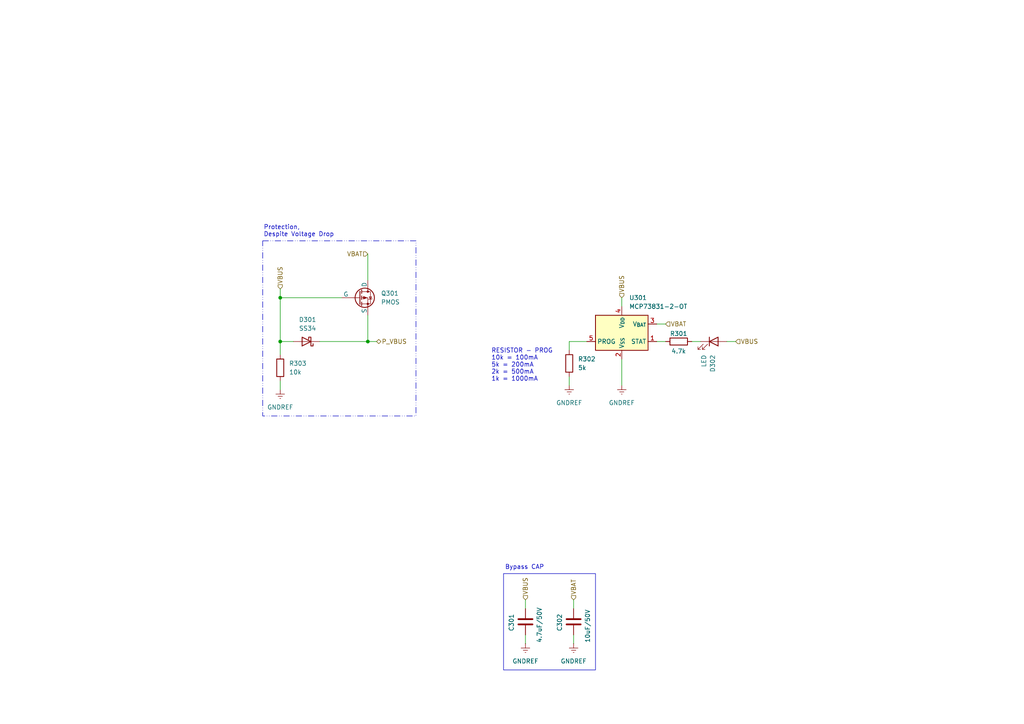
<source format=kicad_sch>
(kicad_sch
	(version 20250114)
	(generator "eeschema")
	(generator_version "9.0")
	(uuid "aa84f118-264c-4120-948a-e88624fd7301")
	(paper "A4")
	(title_block
		(title "PCB_BLE_Speaker")
		(date "2025-11-16")
		(rev "R.Casas")
	)
	(lib_symbols
		(symbol "Battery_Management:MCP73831-2-OT"
			(exclude_from_sim no)
			(in_bom yes)
			(on_board yes)
			(property "Reference" "U"
				(at -7.62 6.35 0)
				(effects
					(font
						(size 1.27 1.27)
					)
					(justify left)
				)
			)
			(property "Value" "MCP73831-2-OT"
				(at 1.27 6.35 0)
				(effects
					(font
						(size 1.27 1.27)
					)
					(justify left)
				)
			)
			(property "Footprint" "Package_TO_SOT_SMD:SOT-23-5"
				(at 1.27 -6.35 0)
				(effects
					(font
						(size 1.27 1.27)
						(italic yes)
					)
					(justify left)
					(hide yes)
				)
			)
			(property "Datasheet" "http://ww1.microchip.com/downloads/en/DeviceDoc/20001984g.pdf"
				(at 0 -18.288 0)
				(effects
					(font
						(size 1.27 1.27)
					)
					(hide yes)
				)
			)
			(property "Description" "Single cell, Li-Ion/Li-Po charge management controller, 4.20V, Tri-State Status Output, in SOT23-5 package"
				(at 0 0 0)
				(effects
					(font
						(size 1.27 1.27)
					)
					(hide yes)
				)
			)
			(property "ki_keywords" "battery charger lithium"
				(at 0 0 0)
				(effects
					(font
						(size 1.27 1.27)
					)
					(hide yes)
				)
			)
			(property "ki_fp_filters" "SOT?23*"
				(at 0 0 0)
				(effects
					(font
						(size 1.27 1.27)
					)
					(hide yes)
				)
			)
			(symbol "MCP73831-2-OT_0_1"
				(rectangle
					(start -7.62 5.08)
					(end 7.62 -5.08)
					(stroke
						(width 0.254)
						(type default)
					)
					(fill
						(type background)
					)
				)
			)
			(symbol "MCP73831-2-OT_1_1"
				(pin input line
					(at -10.16 -2.54 0)
					(length 2.54)
					(name "PROG"
						(effects
							(font
								(size 1.27 1.27)
							)
						)
					)
					(number "5"
						(effects
							(font
								(size 1.27 1.27)
							)
						)
					)
				)
				(pin power_in line
					(at 0 7.62 270)
					(length 2.54)
					(name "V_{DD}"
						(effects
							(font
								(size 1.27 1.27)
							)
						)
					)
					(number "4"
						(effects
							(font
								(size 1.27 1.27)
							)
						)
					)
				)
				(pin power_in line
					(at 0 -7.62 90)
					(length 2.54)
					(name "V_{SS}"
						(effects
							(font
								(size 1.27 1.27)
							)
						)
					)
					(number "2"
						(effects
							(font
								(size 1.27 1.27)
							)
						)
					)
				)
				(pin power_out line
					(at 10.16 2.54 180)
					(length 2.54)
					(name "V_{BAT}"
						(effects
							(font
								(size 1.27 1.27)
							)
						)
					)
					(number "3"
						(effects
							(font
								(size 1.27 1.27)
							)
						)
					)
				)
				(pin tri_state line
					(at 10.16 -2.54 180)
					(length 2.54)
					(name "STAT"
						(effects
							(font
								(size 1.27 1.27)
							)
						)
					)
					(number "1"
						(effects
							(font
								(size 1.27 1.27)
							)
						)
					)
				)
			)
			(embedded_fonts no)
		)
		(symbol "Device:C"
			(pin_numbers
				(hide yes)
			)
			(pin_names
				(offset 0.254)
			)
			(exclude_from_sim no)
			(in_bom yes)
			(on_board yes)
			(property "Reference" "C"
				(at 0.635 2.54 0)
				(effects
					(font
						(size 1.27 1.27)
					)
					(justify left)
				)
			)
			(property "Value" "C"
				(at 0.635 -2.54 0)
				(effects
					(font
						(size 1.27 1.27)
					)
					(justify left)
				)
			)
			(property "Footprint" ""
				(at 0.9652 -3.81 0)
				(effects
					(font
						(size 1.27 1.27)
					)
					(hide yes)
				)
			)
			(property "Datasheet" "~"
				(at 0 0 0)
				(effects
					(font
						(size 1.27 1.27)
					)
					(hide yes)
				)
			)
			(property "Description" "Unpolarized capacitor"
				(at 0 0 0)
				(effects
					(font
						(size 1.27 1.27)
					)
					(hide yes)
				)
			)
			(property "ki_keywords" "cap capacitor"
				(at 0 0 0)
				(effects
					(font
						(size 1.27 1.27)
					)
					(hide yes)
				)
			)
			(property "ki_fp_filters" "C_*"
				(at 0 0 0)
				(effects
					(font
						(size 1.27 1.27)
					)
					(hide yes)
				)
			)
			(symbol "C_0_1"
				(polyline
					(pts
						(xy -2.032 0.762) (xy 2.032 0.762)
					)
					(stroke
						(width 0.508)
						(type default)
					)
					(fill
						(type none)
					)
				)
				(polyline
					(pts
						(xy -2.032 -0.762) (xy 2.032 -0.762)
					)
					(stroke
						(width 0.508)
						(type default)
					)
					(fill
						(type none)
					)
				)
			)
			(symbol "C_1_1"
				(pin passive line
					(at 0 3.81 270)
					(length 2.794)
					(name "~"
						(effects
							(font
								(size 1.27 1.27)
							)
						)
					)
					(number "1"
						(effects
							(font
								(size 1.27 1.27)
							)
						)
					)
				)
				(pin passive line
					(at 0 -3.81 90)
					(length 2.794)
					(name "~"
						(effects
							(font
								(size 1.27 1.27)
							)
						)
					)
					(number "2"
						(effects
							(font
								(size 1.27 1.27)
							)
						)
					)
				)
			)
			(embedded_fonts no)
		)
		(symbol "Device:LED"
			(pin_numbers
				(hide yes)
			)
			(pin_names
				(offset 1.016)
				(hide yes)
			)
			(exclude_from_sim no)
			(in_bom yes)
			(on_board yes)
			(property "Reference" "D"
				(at 0 2.54 0)
				(effects
					(font
						(size 1.27 1.27)
					)
				)
			)
			(property "Value" "LED"
				(at 0 -2.54 0)
				(effects
					(font
						(size 1.27 1.27)
					)
				)
			)
			(property "Footprint" ""
				(at 0 0 0)
				(effects
					(font
						(size 1.27 1.27)
					)
					(hide yes)
				)
			)
			(property "Datasheet" "~"
				(at 0 0 0)
				(effects
					(font
						(size 1.27 1.27)
					)
					(hide yes)
				)
			)
			(property "Description" "Light emitting diode"
				(at 0 0 0)
				(effects
					(font
						(size 1.27 1.27)
					)
					(hide yes)
				)
			)
			(property "Sim.Pins" "1=K 2=A"
				(at 0 0 0)
				(effects
					(font
						(size 1.27 1.27)
					)
					(hide yes)
				)
			)
			(property "ki_keywords" "LED diode"
				(at 0 0 0)
				(effects
					(font
						(size 1.27 1.27)
					)
					(hide yes)
				)
			)
			(property "ki_fp_filters" "LED* LED_SMD:* LED_THT:*"
				(at 0 0 0)
				(effects
					(font
						(size 1.27 1.27)
					)
					(hide yes)
				)
			)
			(symbol "LED_0_1"
				(polyline
					(pts
						(xy -3.048 -0.762) (xy -4.572 -2.286) (xy -3.81 -2.286) (xy -4.572 -2.286) (xy -4.572 -1.524)
					)
					(stroke
						(width 0)
						(type default)
					)
					(fill
						(type none)
					)
				)
				(polyline
					(pts
						(xy -1.778 -0.762) (xy -3.302 -2.286) (xy -2.54 -2.286) (xy -3.302 -2.286) (xy -3.302 -1.524)
					)
					(stroke
						(width 0)
						(type default)
					)
					(fill
						(type none)
					)
				)
				(polyline
					(pts
						(xy -1.27 0) (xy 1.27 0)
					)
					(stroke
						(width 0)
						(type default)
					)
					(fill
						(type none)
					)
				)
				(polyline
					(pts
						(xy -1.27 -1.27) (xy -1.27 1.27)
					)
					(stroke
						(width 0.254)
						(type default)
					)
					(fill
						(type none)
					)
				)
				(polyline
					(pts
						(xy 1.27 -1.27) (xy 1.27 1.27) (xy -1.27 0) (xy 1.27 -1.27)
					)
					(stroke
						(width 0.254)
						(type default)
					)
					(fill
						(type none)
					)
				)
			)
			(symbol "LED_1_1"
				(pin passive line
					(at -3.81 0 0)
					(length 2.54)
					(name "K"
						(effects
							(font
								(size 1.27 1.27)
							)
						)
					)
					(number "1"
						(effects
							(font
								(size 1.27 1.27)
							)
						)
					)
				)
				(pin passive line
					(at 3.81 0 180)
					(length 2.54)
					(name "A"
						(effects
							(font
								(size 1.27 1.27)
							)
						)
					)
					(number "2"
						(effects
							(font
								(size 1.27 1.27)
							)
						)
					)
				)
			)
			(embedded_fonts no)
		)
		(symbol "Device:R"
			(pin_numbers
				(hide yes)
			)
			(pin_names
				(offset 0)
			)
			(exclude_from_sim no)
			(in_bom yes)
			(on_board yes)
			(property "Reference" "R"
				(at 2.032 0 90)
				(effects
					(font
						(size 1.27 1.27)
					)
				)
			)
			(property "Value" "R"
				(at 0 0 90)
				(effects
					(font
						(size 1.27 1.27)
					)
				)
			)
			(property "Footprint" ""
				(at -1.778 0 90)
				(effects
					(font
						(size 1.27 1.27)
					)
					(hide yes)
				)
			)
			(property "Datasheet" "~"
				(at 0 0 0)
				(effects
					(font
						(size 1.27 1.27)
					)
					(hide yes)
				)
			)
			(property "Description" "Resistor"
				(at 0 0 0)
				(effects
					(font
						(size 1.27 1.27)
					)
					(hide yes)
				)
			)
			(property "ki_keywords" "R res resistor"
				(at 0 0 0)
				(effects
					(font
						(size 1.27 1.27)
					)
					(hide yes)
				)
			)
			(property "ki_fp_filters" "R_*"
				(at 0 0 0)
				(effects
					(font
						(size 1.27 1.27)
					)
					(hide yes)
				)
			)
			(symbol "R_0_1"
				(rectangle
					(start -1.016 -2.54)
					(end 1.016 2.54)
					(stroke
						(width 0.254)
						(type default)
					)
					(fill
						(type none)
					)
				)
			)
			(symbol "R_1_1"
				(pin passive line
					(at 0 3.81 270)
					(length 1.27)
					(name "~"
						(effects
							(font
								(size 1.27 1.27)
							)
						)
					)
					(number "1"
						(effects
							(font
								(size 1.27 1.27)
							)
						)
					)
				)
				(pin passive line
					(at 0 -3.81 90)
					(length 1.27)
					(name "~"
						(effects
							(font
								(size 1.27 1.27)
							)
						)
					)
					(number "2"
						(effects
							(font
								(size 1.27 1.27)
							)
						)
					)
				)
			)
			(embedded_fonts no)
		)
		(symbol "Diode:SS34"
			(pin_numbers
				(hide yes)
			)
			(pin_names
				(offset 1.016)
				(hide yes)
			)
			(exclude_from_sim no)
			(in_bom yes)
			(on_board yes)
			(property "Reference" "D"
				(at 0 2.54 0)
				(effects
					(font
						(size 1.27 1.27)
					)
				)
			)
			(property "Value" "SS34"
				(at 0 -2.54 0)
				(effects
					(font
						(size 1.27 1.27)
					)
				)
			)
			(property "Footprint" "Diode_SMD:D_SMA"
				(at 0 -4.445 0)
				(effects
					(font
						(size 1.27 1.27)
					)
					(hide yes)
				)
			)
			(property "Datasheet" "https://www.vishay.com/docs/88751/ss32.pdf"
				(at 0 0 0)
				(effects
					(font
						(size 1.27 1.27)
					)
					(hide yes)
				)
			)
			(property "Description" "40V 3A Schottky Diode, SMA"
				(at 0 0 0)
				(effects
					(font
						(size 1.27 1.27)
					)
					(hide yes)
				)
			)
			(property "ki_keywords" "diode Schottky"
				(at 0 0 0)
				(effects
					(font
						(size 1.27 1.27)
					)
					(hide yes)
				)
			)
			(property "ki_fp_filters" "D*SMA*"
				(at 0 0 0)
				(effects
					(font
						(size 1.27 1.27)
					)
					(hide yes)
				)
			)
			(symbol "SS34_0_1"
				(polyline
					(pts
						(xy -1.905 0.635) (xy -1.905 1.27) (xy -1.27 1.27) (xy -1.27 -1.27) (xy -0.635 -1.27) (xy -0.635 -0.635)
					)
					(stroke
						(width 0.254)
						(type default)
					)
					(fill
						(type none)
					)
				)
				(polyline
					(pts
						(xy 1.27 1.27) (xy 1.27 -1.27) (xy -1.27 0) (xy 1.27 1.27)
					)
					(stroke
						(width 0.254)
						(type default)
					)
					(fill
						(type none)
					)
				)
				(polyline
					(pts
						(xy 1.27 0) (xy -1.27 0)
					)
					(stroke
						(width 0)
						(type default)
					)
					(fill
						(type none)
					)
				)
			)
			(symbol "SS34_1_1"
				(pin passive line
					(at -3.81 0 0)
					(length 2.54)
					(name "K"
						(effects
							(font
								(size 1.27 1.27)
							)
						)
					)
					(number "1"
						(effects
							(font
								(size 1.27 1.27)
							)
						)
					)
				)
				(pin passive line
					(at 3.81 0 180)
					(length 2.54)
					(name "A"
						(effects
							(font
								(size 1.27 1.27)
							)
						)
					)
					(number "2"
						(effects
							(font
								(size 1.27 1.27)
							)
						)
					)
				)
			)
			(embedded_fonts no)
		)
		(symbol "Simulation_SPICE:PMOS"
			(pin_numbers
				(hide yes)
			)
			(pin_names
				(offset 0)
			)
			(exclude_from_sim no)
			(in_bom yes)
			(on_board yes)
			(property "Reference" "Q"
				(at 5.08 1.27 0)
				(effects
					(font
						(size 1.27 1.27)
					)
					(justify left)
				)
			)
			(property "Value" "PMOS"
				(at 5.08 -1.27 0)
				(effects
					(font
						(size 1.27 1.27)
					)
					(justify left)
				)
			)
			(property "Footprint" ""
				(at 5.08 2.54 0)
				(effects
					(font
						(size 1.27 1.27)
					)
					(hide yes)
				)
			)
			(property "Datasheet" "https://ngspice.sourceforge.io/docs/ngspice-html-manual/manual.xhtml#cha_MOSFETs"
				(at 0 -12.7 0)
				(effects
					(font
						(size 1.27 1.27)
					)
					(hide yes)
				)
			)
			(property "Description" "P-MOSFET transistor, drain/source/gate"
				(at 0 0 0)
				(effects
					(font
						(size 1.27 1.27)
					)
					(hide yes)
				)
			)
			(property "Sim.Device" "PMOS"
				(at 0 -17.145 0)
				(effects
					(font
						(size 1.27 1.27)
					)
					(hide yes)
				)
			)
			(property "Sim.Type" "VDMOS"
				(at 0 -19.05 0)
				(effects
					(font
						(size 1.27 1.27)
					)
					(hide yes)
				)
			)
			(property "Sim.Pins" "1=D 2=G 3=S"
				(at 0 -15.24 0)
				(effects
					(font
						(size 1.27 1.27)
					)
					(hide yes)
				)
			)
			(property "ki_keywords" "transistor PMOS P-MOS P-MOSFET simulation"
				(at 0 0 0)
				(effects
					(font
						(size 1.27 1.27)
					)
					(hide yes)
				)
			)
			(symbol "PMOS_0_1"
				(polyline
					(pts
						(xy 0.254 1.905) (xy 0.254 -1.905)
					)
					(stroke
						(width 0.254)
						(type default)
					)
					(fill
						(type none)
					)
				)
				(polyline
					(pts
						(xy 0.254 0) (xy -2.54 0)
					)
					(stroke
						(width 0)
						(type default)
					)
					(fill
						(type none)
					)
				)
				(polyline
					(pts
						(xy 0.762 2.286) (xy 0.762 1.27)
					)
					(stroke
						(width 0.254)
						(type default)
					)
					(fill
						(type none)
					)
				)
				(polyline
					(pts
						(xy 0.762 1.778) (xy 3.302 1.778) (xy 3.302 -1.778) (xy 0.762 -1.778)
					)
					(stroke
						(width 0)
						(type default)
					)
					(fill
						(type none)
					)
				)
				(polyline
					(pts
						(xy 0.762 0.508) (xy 0.762 -0.508)
					)
					(stroke
						(width 0.254)
						(type default)
					)
					(fill
						(type none)
					)
				)
				(polyline
					(pts
						(xy 0.762 -1.27) (xy 0.762 -2.286)
					)
					(stroke
						(width 0.254)
						(type default)
					)
					(fill
						(type none)
					)
				)
				(circle
					(center 1.651 0)
					(radius 2.794)
					(stroke
						(width 0.254)
						(type default)
					)
					(fill
						(type none)
					)
				)
				(polyline
					(pts
						(xy 2.286 0) (xy 1.27 0.381) (xy 1.27 -0.381) (xy 2.286 0)
					)
					(stroke
						(width 0)
						(type default)
					)
					(fill
						(type outline)
					)
				)
				(polyline
					(pts
						(xy 2.54 2.54) (xy 2.54 1.778)
					)
					(stroke
						(width 0)
						(type default)
					)
					(fill
						(type none)
					)
				)
				(circle
					(center 2.54 1.778)
					(radius 0.254)
					(stroke
						(width 0)
						(type default)
					)
					(fill
						(type outline)
					)
				)
				(circle
					(center 2.54 -1.778)
					(radius 0.254)
					(stroke
						(width 0)
						(type default)
					)
					(fill
						(type outline)
					)
				)
				(polyline
					(pts
						(xy 2.54 -2.54) (xy 2.54 0) (xy 0.762 0)
					)
					(stroke
						(width 0)
						(type default)
					)
					(fill
						(type none)
					)
				)
				(polyline
					(pts
						(xy 2.794 -0.508) (xy 2.921 -0.381) (xy 3.683 -0.381) (xy 3.81 -0.254)
					)
					(stroke
						(width 0)
						(type default)
					)
					(fill
						(type none)
					)
				)
				(polyline
					(pts
						(xy 3.302 -0.381) (xy 2.921 0.254) (xy 3.683 0.254) (xy 3.302 -0.381)
					)
					(stroke
						(width 0)
						(type default)
					)
					(fill
						(type none)
					)
				)
			)
			(symbol "PMOS_1_1"
				(pin input line
					(at -5.08 0 0)
					(length 2.54)
					(name "G"
						(effects
							(font
								(size 1.27 1.27)
							)
						)
					)
					(number "2"
						(effects
							(font
								(size 1.27 1.27)
							)
						)
					)
				)
				(pin passive line
					(at 2.54 5.08 270)
					(length 2.54)
					(name "D"
						(effects
							(font
								(size 1.27 1.27)
							)
						)
					)
					(number "1"
						(effects
							(font
								(size 1.27 1.27)
							)
						)
					)
				)
				(pin passive line
					(at 2.54 -5.08 90)
					(length 2.54)
					(name "S"
						(effects
							(font
								(size 1.27 1.27)
							)
						)
					)
					(number "3"
						(effects
							(font
								(size 1.27 1.27)
							)
						)
					)
				)
			)
			(embedded_fonts no)
		)
		(symbol "power:GNDREF"
			(power)
			(pin_numbers
				(hide yes)
			)
			(pin_names
				(offset 0)
				(hide yes)
			)
			(exclude_from_sim no)
			(in_bom yes)
			(on_board yes)
			(property "Reference" "#PWR"
				(at 0 -6.35 0)
				(effects
					(font
						(size 1.27 1.27)
					)
					(hide yes)
				)
			)
			(property "Value" "GNDREF"
				(at 0 -3.81 0)
				(effects
					(font
						(size 1.27 1.27)
					)
				)
			)
			(property "Footprint" ""
				(at 0 0 0)
				(effects
					(font
						(size 1.27 1.27)
					)
					(hide yes)
				)
			)
			(property "Datasheet" ""
				(at 0 0 0)
				(effects
					(font
						(size 1.27 1.27)
					)
					(hide yes)
				)
			)
			(property "Description" "Power symbol creates a global label with name \"GNDREF\" , reference supply ground"
				(at 0 0 0)
				(effects
					(font
						(size 1.27 1.27)
					)
					(hide yes)
				)
			)
			(property "ki_keywords" "global power"
				(at 0 0 0)
				(effects
					(font
						(size 1.27 1.27)
					)
					(hide yes)
				)
			)
			(symbol "GNDREF_0_1"
				(polyline
					(pts
						(xy -0.635 -1.905) (xy 0.635 -1.905)
					)
					(stroke
						(width 0)
						(type default)
					)
					(fill
						(type none)
					)
				)
				(polyline
					(pts
						(xy -0.127 -2.54) (xy 0.127 -2.54)
					)
					(stroke
						(width 0)
						(type default)
					)
					(fill
						(type none)
					)
				)
				(polyline
					(pts
						(xy 0 -1.27) (xy 0 0)
					)
					(stroke
						(width 0)
						(type default)
					)
					(fill
						(type none)
					)
				)
				(polyline
					(pts
						(xy 1.27 -1.27) (xy -1.27 -1.27)
					)
					(stroke
						(width 0)
						(type default)
					)
					(fill
						(type none)
					)
				)
			)
			(symbol "GNDREF_1_1"
				(pin power_in line
					(at 0 0 270)
					(length 0)
					(name "~"
						(effects
							(font
								(size 1.27 1.27)
							)
						)
					)
					(number "1"
						(effects
							(font
								(size 1.27 1.27)
							)
						)
					)
				)
			)
			(embedded_fonts no)
		)
	)
	(rectangle
		(start 76.2 69.85)
		(end 120.65 120.65)
		(stroke
			(width 0)
			(type dash_dot_dot)
		)
		(fill
			(type none)
		)
		(uuid 7a8edc8c-3f40-4c85-abf9-03ad6626d6ac)
	)
	(rectangle
		(start 146.05 166.37)
		(end 172.72 194.31)
		(stroke
			(width 0)
			(type default)
		)
		(fill
			(type none)
		)
		(uuid b26b24ba-2e6f-43dd-93cb-4f6e7f697a54)
	)
	(text "Bypass CAP"
		(exclude_from_sim no)
		(at 152.146 164.592 0)
		(effects
			(font
				(size 1.27 1.27)
			)
		)
		(uuid "09033a76-947e-4083-b651-1cc9f936ab81")
	)
	(text "Protection, \nDespite Voltage Drop"
		(exclude_from_sim no)
		(at 76.454 67.056 0)
		(effects
			(font
				(size 1.27 1.27)
			)
			(justify left)
		)
		(uuid "3ca237d8-979a-4db0-a945-dbe461b8a9c4")
	)
	(text "RESISTOR - PROG\n10k = 100mA\n5k = 200mA\n2k = 500mA\n1k = 1000mA"
		(exclude_from_sim no)
		(at 142.494 105.918 0)
		(effects
			(font
				(size 1.27 1.27)
			)
			(justify left)
		)
		(uuid "c8966c61-c7af-4985-aed6-1cb21e6f89b9")
	)
	(junction
		(at 81.28 99.06)
		(diameter 0)
		(color 0 0 0 0)
		(uuid "57538501-eef8-49d4-9e47-ac9ed59e8dad")
	)
	(junction
		(at 106.68 99.06)
		(diameter 0)
		(color 0 0 0 0)
		(uuid "a88dba57-190a-4803-9a0e-b955fde4e219")
	)
	(junction
		(at 81.28 86.36)
		(diameter 0)
		(color 0 0 0 0)
		(uuid "bbb9fe8a-bc5b-4afe-8b5a-506171d7dd6b")
	)
	(wire
		(pts
			(xy 190.5 93.98) (xy 193.04 93.98)
		)
		(stroke
			(width 0)
			(type default)
		)
		(uuid "012797e3-043e-4340-9206-f846688aefc4")
	)
	(wire
		(pts
			(xy 165.1 99.06) (xy 165.1 101.6)
		)
		(stroke
			(width 0)
			(type default)
		)
		(uuid "14ff47ca-f292-4c6e-ba5f-20ef28e31e0c")
	)
	(wire
		(pts
			(xy 106.68 99.06) (xy 109.22 99.06)
		)
		(stroke
			(width 0)
			(type default)
		)
		(uuid "1a765d53-ea7f-4b56-aca6-cfdb8d2f5234")
	)
	(wire
		(pts
			(xy 81.28 99.06) (xy 85.09 99.06)
		)
		(stroke
			(width 0)
			(type default)
		)
		(uuid "2f4a1f72-8596-47f0-aa16-0249cfe81d9b")
	)
	(wire
		(pts
			(xy 165.1 111.76) (xy 165.1 109.22)
		)
		(stroke
			(width 0)
			(type default)
		)
		(uuid "2fd5b5ae-1320-4633-ad8e-05537b3366b4")
	)
	(wire
		(pts
			(xy 210.82 99.06) (xy 213.36 99.06)
		)
		(stroke
			(width 0)
			(type default)
		)
		(uuid "3ca87a12-6cd4-414b-bb02-0ad2d03bd9c3")
	)
	(wire
		(pts
			(xy 81.28 110.49) (xy 81.28 113.03)
		)
		(stroke
			(width 0)
			(type default)
		)
		(uuid "3d359cb4-04f6-482b-9b9a-5d8800b27fd8")
	)
	(wire
		(pts
			(xy 180.34 104.14) (xy 180.34 111.76)
		)
		(stroke
			(width 0)
			(type default)
		)
		(uuid "3f762c23-dabf-4388-a5c8-0bd4b9d688ff")
	)
	(wire
		(pts
			(xy 152.4 184.15) (xy 152.4 186.69)
		)
		(stroke
			(width 0)
			(type default)
		)
		(uuid "47e881fa-5078-406f-9a63-ff7fd299d155")
	)
	(wire
		(pts
			(xy 190.5 99.06) (xy 193.04 99.06)
		)
		(stroke
			(width 0)
			(type default)
		)
		(uuid "55cbddac-633b-43ca-acca-9880d244d078")
	)
	(wire
		(pts
			(xy 166.37 173.99) (xy 166.37 176.53)
		)
		(stroke
			(width 0)
			(type default)
		)
		(uuid "6344f73b-9ddf-4417-8806-c0cce428ba22")
	)
	(wire
		(pts
			(xy 106.68 91.44) (xy 106.68 99.06)
		)
		(stroke
			(width 0)
			(type default)
		)
		(uuid "6d6a49ce-7d5c-406d-9fbe-5cd86d1667c9")
	)
	(wire
		(pts
			(xy 81.28 86.36) (xy 81.28 99.06)
		)
		(stroke
			(width 0)
			(type default)
		)
		(uuid "7ee174b3-ad70-4004-a1fa-a58a4d956610")
	)
	(wire
		(pts
			(xy 152.4 173.99) (xy 152.4 176.53)
		)
		(stroke
			(width 0)
			(type default)
		)
		(uuid "8d308a3e-37a4-4752-8533-d6c9310c187b")
	)
	(wire
		(pts
			(xy 81.28 86.36) (xy 99.06 86.36)
		)
		(stroke
			(width 0)
			(type default)
		)
		(uuid "8f2e7c8a-4709-4e30-b593-f7039f96c5fb")
	)
	(wire
		(pts
			(xy 81.28 83.82) (xy 81.28 86.36)
		)
		(stroke
			(width 0)
			(type default)
		)
		(uuid "ba023d95-7341-44f7-9b56-094e9c99050e")
	)
	(wire
		(pts
			(xy 92.71 99.06) (xy 106.68 99.06)
		)
		(stroke
			(width 0)
			(type default)
		)
		(uuid "c6767c4e-beb7-43a9-a626-810de68b771e")
	)
	(wire
		(pts
			(xy 166.37 184.15) (xy 166.37 186.69)
		)
		(stroke
			(width 0)
			(type default)
		)
		(uuid "ca597e66-f524-419d-92de-d841c222efff")
	)
	(wire
		(pts
			(xy 106.68 73.66) (xy 106.68 81.28)
		)
		(stroke
			(width 0)
			(type default)
		)
		(uuid "d065a1c5-d0cd-434c-83fb-82abe4202efd")
	)
	(wire
		(pts
			(xy 203.2 99.06) (xy 200.66 99.06)
		)
		(stroke
			(width 0)
			(type default)
		)
		(uuid "dadcc836-483d-4aaf-84f9-ac00a799ab64")
	)
	(wire
		(pts
			(xy 180.34 86.36) (xy 180.34 88.9)
		)
		(stroke
			(width 0)
			(type default)
		)
		(uuid "eb0fb84c-00ca-4510-ad5b-8402f9dc513c")
	)
	(wire
		(pts
			(xy 81.28 102.87) (xy 81.28 99.06)
		)
		(stroke
			(width 0)
			(type default)
		)
		(uuid "ec2441fb-d5a4-4f16-8649-81aed9876382")
	)
	(wire
		(pts
			(xy 165.1 99.06) (xy 170.18 99.06)
		)
		(stroke
			(width 0)
			(type default)
		)
		(uuid "f75724ca-7e9b-4107-a597-7a8e6bc70175")
	)
	(hierarchical_label "VBAT"
		(shape input)
		(at 193.04 93.98 0)
		(effects
			(font
				(size 1.27 1.27)
			)
			(justify left)
		)
		(uuid "090635ee-e7a4-4bdc-9674-193eaf3d0135")
	)
	(hierarchical_label "VBUS"
		(shape input)
		(at 81.28 83.82 90)
		(effects
			(font
				(size 1.27 1.27)
			)
			(justify left)
		)
		(uuid "36b9b0b4-67c4-4075-8940-a51be02bb67f")
	)
	(hierarchical_label "VBAT"
		(shape input)
		(at 106.68 73.66 180)
		(effects
			(font
				(size 1.27 1.27)
			)
			(justify right)
		)
		(uuid "50a1c8c5-b2d2-40b3-8b2c-9c2721ef07e0")
	)
	(hierarchical_label "VBAT"
		(shape input)
		(at 166.37 173.99 90)
		(effects
			(font
				(size 1.27 1.27)
			)
			(justify left)
		)
		(uuid "66d6f9cb-3cef-4da2-9b40-4f6d2b917bce")
	)
	(hierarchical_label "P_VBUS"
		(shape bidirectional)
		(at 109.22 99.06 0)
		(effects
			(font
				(size 1.27 1.27)
			)
			(justify left)
		)
		(uuid "6fd72f6b-348c-43b6-b1d2-86c9f75de014")
	)
	(hierarchical_label "VBUS"
		(shape input)
		(at 180.34 86.36 90)
		(effects
			(font
				(size 1.27 1.27)
			)
			(justify left)
		)
		(uuid "82b58694-1b86-403e-8f01-4bfe99362eb3")
	)
	(hierarchical_label "VBUS"
		(shape input)
		(at 213.36 99.06 0)
		(effects
			(font
				(size 1.27 1.27)
			)
			(justify left)
		)
		(uuid "8f2db2ff-368e-405d-ab50-71a4baf327ce")
	)
	(hierarchical_label "VBUS"
		(shape input)
		(at 152.4 173.99 90)
		(effects
			(font
				(size 1.27 1.27)
			)
			(justify left)
		)
		(uuid "b9847330-e5a5-4fe1-bd95-6a411ad7e009")
	)
	(symbol
		(lib_id "Device:R")
		(at 81.28 106.68 0)
		(unit 1)
		(exclude_from_sim no)
		(in_bom yes)
		(on_board yes)
		(dnp no)
		(fields_autoplaced yes)
		(uuid "06385247-db77-48fb-ad29-497497e0b144")
		(property "Reference" "R303"
			(at 83.82 105.4099 0)
			(effects
				(font
					(size 1.27 1.27)
				)
				(justify left)
			)
		)
		(property "Value" "10k"
			(at 83.82 107.9499 0)
			(effects
				(font
					(size 1.27 1.27)
				)
				(justify left)
			)
		)
		(property "Footprint" "Resistor_SMD:R_0603_1608Metric_Pad0.98x0.95mm_HandSolder"
			(at 79.502 106.68 90)
			(effects
				(font
					(size 1.27 1.27)
				)
				(hide yes)
			)
		)
		(property "Datasheet" "~"
			(at 81.28 106.68 0)
			(effects
				(font
					(size 1.27 1.27)
				)
				(hide yes)
			)
		)
		(property "Description" "Resistor"
			(at 81.28 106.68 0)
			(effects
				(font
					(size 1.27 1.27)
				)
				(hide yes)
			)
		)
		(pin "1"
			(uuid "6f50247c-0337-4496-8d81-68ef60b10c92")
		)
		(pin "2"
			(uuid "c4bd4ef9-3498-47f5-99f9-506362a086e2")
		)
		(instances
			(project "PCB_BLE_Speaker"
				(path "/ee5079a3-7a94-4c31-a728-9ec7d03fd2da/65978e96-0aa0-42c0-88b9-f8421b25480c"
					(reference "R303")
					(unit 1)
				)
			)
		)
	)
	(symbol
		(lib_id "Device:C")
		(at 166.37 180.34 0)
		(unit 1)
		(exclude_from_sim no)
		(in_bom yes)
		(on_board yes)
		(dnp no)
		(uuid "11a1b2ec-ffab-4c5b-be80-3fecd8cbedaf")
		(property "Reference" "C302"
			(at 162.306 183.134 90)
			(effects
				(font
					(size 1.27 1.27)
				)
				(justify left)
			)
		)
		(property "Value" "10uF/50V"
			(at 170.434 186.436 90)
			(effects
				(font
					(size 1.27 1.27)
				)
				(justify left)
			)
		)
		(property "Footprint" "Capacitor_SMD:C_0603_1608Metric_Pad1.08x0.95mm_HandSolder"
			(at 167.3352 184.15 0)
			(effects
				(font
					(size 1.27 1.27)
				)
				(hide yes)
			)
		)
		(property "Datasheet" "~"
			(at 166.37 180.34 0)
			(effects
				(font
					(size 1.27 1.27)
				)
				(hide yes)
			)
		)
		(property "Description" "Unpolarized capacitor"
			(at 166.37 180.34 0)
			(effects
				(font
					(size 1.27 1.27)
				)
				(hide yes)
			)
		)
		(pin "1"
			(uuid "78080270-c5ab-49b1-9aff-7e33ba1e5d4f")
		)
		(pin "2"
			(uuid "dad4f62f-04ec-4132-b436-8d7e6a6d677c")
		)
		(instances
			(project "PCB_BLE_Speaker"
				(path "/ee5079a3-7a94-4c31-a728-9ec7d03fd2da/65978e96-0aa0-42c0-88b9-f8421b25480c"
					(reference "C302")
					(unit 1)
				)
			)
		)
	)
	(symbol
		(lib_id "Diode:SS34")
		(at 88.9 99.06 180)
		(unit 1)
		(exclude_from_sim no)
		(in_bom yes)
		(on_board yes)
		(dnp no)
		(uuid "257900b0-8b04-4a41-b4af-d08aae122ada")
		(property "Reference" "D301"
			(at 89.2175 92.71 0)
			(effects
				(font
					(size 1.27 1.27)
				)
			)
		)
		(property "Value" "SS34"
			(at 89.2175 95.25 0)
			(effects
				(font
					(size 1.27 1.27)
				)
			)
		)
		(property "Footprint" "Diode_SMD:D_SMA_Handsoldering"
			(at 88.9 94.615 0)
			(effects
				(font
					(size 1.27 1.27)
				)
				(hide yes)
			)
		)
		(property "Datasheet" "https://www.vishay.com/docs/88751/ss32.pdf"
			(at 88.9 99.06 0)
			(effects
				(font
					(size 1.27 1.27)
				)
				(hide yes)
			)
		)
		(property "Description" "40V 3A Schottky Diode, SMA"
			(at 88.9 99.06 0)
			(effects
				(font
					(size 1.27 1.27)
				)
				(hide yes)
			)
		)
		(pin "1"
			(uuid "4fd499ec-71bc-4db8-8247-adfbc0d5d2b4")
		)
		(pin "2"
			(uuid "8225471e-b36f-41b3-9590-db6bf10ba753")
		)
		(instances
			(project "PCB_BLE_Speaker"
				(path "/ee5079a3-7a94-4c31-a728-9ec7d03fd2da/65978e96-0aa0-42c0-88b9-f8421b25480c"
					(reference "D301")
					(unit 1)
				)
			)
		)
	)
	(symbol
		(lib_id "Device:R")
		(at 196.85 99.06 270)
		(unit 1)
		(exclude_from_sim no)
		(in_bom yes)
		(on_board yes)
		(dnp no)
		(uuid "523f0875-0372-4d18-a1f1-f23c0cc31d35")
		(property "Reference" "R301"
			(at 196.85 96.774 90)
			(effects
				(font
					(size 1.27 1.27)
				)
			)
		)
		(property "Value" "4.7k"
			(at 196.85 101.854 90)
			(effects
				(font
					(size 1.27 1.27)
				)
			)
		)
		(property "Footprint" "Resistor_SMD:R_0603_1608Metric_Pad0.98x0.95mm_HandSolder"
			(at 196.85 97.282 90)
			(effects
				(font
					(size 1.27 1.27)
				)
				(hide yes)
			)
		)
		(property "Datasheet" "~"
			(at 196.85 99.06 0)
			(effects
				(font
					(size 1.27 1.27)
				)
				(hide yes)
			)
		)
		(property "Description" "Resistor"
			(at 196.85 99.06 0)
			(effects
				(font
					(size 1.27 1.27)
				)
				(hide yes)
			)
		)
		(pin "1"
			(uuid "b57dc073-b29c-430b-940a-7500129da629")
		)
		(pin "2"
			(uuid "bdbf89fb-07b4-40f9-9d46-9aa5737bf108")
		)
		(instances
			(project "PCB_BLE_Speaker"
				(path "/ee5079a3-7a94-4c31-a728-9ec7d03fd2da/65978e96-0aa0-42c0-88b9-f8421b25480c"
					(reference "R301")
					(unit 1)
				)
			)
		)
	)
	(symbol
		(lib_id "Simulation_SPICE:PMOS")
		(at 104.14 86.36 0)
		(unit 1)
		(exclude_from_sim no)
		(in_bom yes)
		(on_board yes)
		(dnp no)
		(fields_autoplaced yes)
		(uuid "61d09354-3062-44c8-a49c-2d26ff15958a")
		(property "Reference" "Q301"
			(at 110.49 85.0899 0)
			(effects
				(font
					(size 1.27 1.27)
				)
				(justify left)
			)
		)
		(property "Value" "PMOS"
			(at 110.49 87.6299 0)
			(effects
				(font
					(size 1.27 1.27)
				)
				(justify left)
			)
		)
		(property "Footprint" "Generic_RCO:SOT-223_ISP20EP10LMXTSA1"
			(at 109.22 83.82 0)
			(effects
				(font
					(size 1.27 1.27)
				)
				(hide yes)
			)
		)
		(property "Datasheet" ""
			(at 104.14 99.06 0)
			(effects
				(font
					(size 1.27 1.27)
				)
				(hide yes)
			)
		)
		(property "Description" "P-MOSFET transistor, drain/source/gate"
			(at 104.14 86.36 0)
			(effects
				(font
					(size 1.27 1.27)
				)
				(hide yes)
			)
		)
		(property "Sim.Device" "PMOS"
			(at 104.14 103.505 0)
			(effects
				(font
					(size 1.27 1.27)
				)
				(hide yes)
			)
		)
		(property "Sim.Type" "VDMOS"
			(at 104.14 105.41 0)
			(effects
				(font
					(size 1.27 1.27)
				)
				(hide yes)
			)
		)
		(property "Sim.Pins" "1=D 2=G 3=S"
			(at 104.14 101.6 0)
			(effects
				(font
					(size 1.27 1.27)
				)
				(hide yes)
			)
		)
		(pin "2"
			(uuid "b766b248-cc71-47b1-ab63-7f45c4c6d68e")
		)
		(pin "1"
			(uuid "0cf59209-ea2b-41f9-8c5f-359706600a2b")
		)
		(pin "3"
			(uuid "5bd49544-2ad0-4859-a2ad-dd2f4331f472")
		)
		(instances
			(project ""
				(path "/ee5079a3-7a94-4c31-a728-9ec7d03fd2da/65978e96-0aa0-42c0-88b9-f8421b25480c"
					(reference "Q301")
					(unit 1)
				)
			)
		)
	)
	(symbol
		(lib_id "power:GNDREF")
		(at 81.28 113.03 0)
		(unit 1)
		(exclude_from_sim no)
		(in_bom yes)
		(on_board yes)
		(dnp no)
		(fields_autoplaced yes)
		(uuid "748d249e-1dea-49c3-ae16-d57aadb1f145")
		(property "Reference" "#PWR0303"
			(at 81.28 119.38 0)
			(effects
				(font
					(size 1.27 1.27)
				)
				(hide yes)
			)
		)
		(property "Value" "GNDREF"
			(at 81.28 118.11 0)
			(effects
				(font
					(size 1.27 1.27)
				)
			)
		)
		(property "Footprint" ""
			(at 81.28 113.03 0)
			(effects
				(font
					(size 1.27 1.27)
				)
				(hide yes)
			)
		)
		(property "Datasheet" ""
			(at 81.28 113.03 0)
			(effects
				(font
					(size 1.27 1.27)
				)
				(hide yes)
			)
		)
		(property "Description" "Power symbol creates a global label with name \"GNDREF\" , reference supply ground"
			(at 81.28 113.03 0)
			(effects
				(font
					(size 1.27 1.27)
				)
				(hide yes)
			)
		)
		(pin "1"
			(uuid "c5371763-5659-4bff-b25e-02c78b29e1f9")
		)
		(instances
			(project "PCB_BLE_Speaker"
				(path "/ee5079a3-7a94-4c31-a728-9ec7d03fd2da/65978e96-0aa0-42c0-88b9-f8421b25480c"
					(reference "#PWR0303")
					(unit 1)
				)
			)
		)
	)
	(symbol
		(lib_id "Device:LED")
		(at 207.01 99.06 0)
		(unit 1)
		(exclude_from_sim no)
		(in_bom yes)
		(on_board yes)
		(dnp no)
		(fields_autoplaced yes)
		(uuid "7909f720-929e-4963-8c97-dc10201cda5f")
		(property "Reference" "D302"
			(at 206.6926 102.87 90)
			(effects
				(font
					(size 1.27 1.27)
				)
				(justify right)
			)
		)
		(property "Value" "LED"
			(at 204.1526 102.87 90)
			(effects
				(font
					(size 1.27 1.27)
				)
				(justify right)
			)
		)
		(property "Footprint" "LED_SMD:LED_0603_1608Metric_Pad1.05x0.95mm_HandSolder"
			(at 207.01 99.06 0)
			(effects
				(font
					(size 1.27 1.27)
				)
				(hide yes)
			)
		)
		(property "Datasheet" "~"
			(at 207.01 99.06 0)
			(effects
				(font
					(size 1.27 1.27)
				)
				(hide yes)
			)
		)
		(property "Description" "Light emitting diode"
			(at 207.01 99.06 0)
			(effects
				(font
					(size 1.27 1.27)
				)
				(hide yes)
			)
		)
		(property "Sim.Pins" "1=K 2=A"
			(at 207.01 99.06 0)
			(effects
				(font
					(size 1.27 1.27)
				)
				(hide yes)
			)
		)
		(pin "1"
			(uuid "07bb42ff-885f-474b-af5d-f88daf497244")
		)
		(pin "2"
			(uuid "3524b34a-cd84-4193-92e3-a7549bf7d030")
		)
		(instances
			(project "PCB_BLE_Speaker"
				(path "/ee5079a3-7a94-4c31-a728-9ec7d03fd2da/65978e96-0aa0-42c0-88b9-f8421b25480c"
					(reference "D302")
					(unit 1)
				)
			)
		)
	)
	(symbol
		(lib_id "power:GNDREF")
		(at 180.34 111.76 0)
		(unit 1)
		(exclude_from_sim no)
		(in_bom yes)
		(on_board yes)
		(dnp no)
		(fields_autoplaced yes)
		(uuid "a96556df-8167-4f31-8fb2-1f47f20b1f91")
		(property "Reference" "#PWR0302"
			(at 180.34 118.11 0)
			(effects
				(font
					(size 1.27 1.27)
				)
				(hide yes)
			)
		)
		(property "Value" "GNDREF"
			(at 180.34 116.84 0)
			(effects
				(font
					(size 1.27 1.27)
				)
			)
		)
		(property "Footprint" ""
			(at 180.34 111.76 0)
			(effects
				(font
					(size 1.27 1.27)
				)
				(hide yes)
			)
		)
		(property "Datasheet" ""
			(at 180.34 111.76 0)
			(effects
				(font
					(size 1.27 1.27)
				)
				(hide yes)
			)
		)
		(property "Description" "Power symbol creates a global label with name \"GNDREF\" , reference supply ground"
			(at 180.34 111.76 0)
			(effects
				(font
					(size 1.27 1.27)
				)
				(hide yes)
			)
		)
		(pin "1"
			(uuid "9d026651-5ba6-46b2-bf2e-d0cc980dc4fd")
		)
		(instances
			(project ""
				(path "/ee5079a3-7a94-4c31-a728-9ec7d03fd2da/65978e96-0aa0-42c0-88b9-f8421b25480c"
					(reference "#PWR0302")
					(unit 1)
				)
			)
		)
	)
	(symbol
		(lib_id "power:GNDREF")
		(at 152.4 186.69 0)
		(unit 1)
		(exclude_from_sim no)
		(in_bom yes)
		(on_board yes)
		(dnp no)
		(fields_autoplaced yes)
		(uuid "bdf885ea-3d3e-46f4-a034-e103d7d66dbf")
		(property "Reference" "#PWR0304"
			(at 152.4 193.04 0)
			(effects
				(font
					(size 1.27 1.27)
				)
				(hide yes)
			)
		)
		(property "Value" "GNDREF"
			(at 152.4 191.77 0)
			(effects
				(font
					(size 1.27 1.27)
				)
			)
		)
		(property "Footprint" ""
			(at 152.4 186.69 0)
			(effects
				(font
					(size 1.27 1.27)
				)
				(hide yes)
			)
		)
		(property "Datasheet" ""
			(at 152.4 186.69 0)
			(effects
				(font
					(size 1.27 1.27)
				)
				(hide yes)
			)
		)
		(property "Description" "Power symbol creates a global label with name \"GNDREF\" , reference supply ground"
			(at 152.4 186.69 0)
			(effects
				(font
					(size 1.27 1.27)
				)
				(hide yes)
			)
		)
		(pin "1"
			(uuid "ff8df18e-c45f-4ef8-8cc5-74230ea964bf")
		)
		(instances
			(project "PCB_BLE_Speaker"
				(path "/ee5079a3-7a94-4c31-a728-9ec7d03fd2da/65978e96-0aa0-42c0-88b9-f8421b25480c"
					(reference "#PWR0304")
					(unit 1)
				)
			)
		)
	)
	(symbol
		(lib_id "Battery_Management:MCP73831-2-OT")
		(at 180.34 96.52 0)
		(unit 1)
		(exclude_from_sim no)
		(in_bom yes)
		(on_board yes)
		(dnp no)
		(fields_autoplaced yes)
		(uuid "bfb9db05-e480-4a0d-b049-6f2cc6334f8e")
		(property "Reference" "U301"
			(at 182.4833 86.36 0)
			(effects
				(font
					(size 1.27 1.27)
				)
				(justify left)
			)
		)
		(property "Value" "MCP73831-2-OT"
			(at 182.4833 88.9 0)
			(effects
				(font
					(size 1.27 1.27)
				)
				(justify left)
			)
		)
		(property "Footprint" "Package_TO_SOT_SMD:SOT-23-5_HandSoldering"
			(at 181.61 102.87 0)
			(effects
				(font
					(size 1.27 1.27)
					(italic yes)
				)
				(justify left)
				(hide yes)
			)
		)
		(property "Datasheet" "http://ww1.microchip.com/downloads/en/DeviceDoc/20001984g.pdf"
			(at 180.34 114.808 0)
			(effects
				(font
					(size 1.27 1.27)
				)
				(hide yes)
			)
		)
		(property "Description" "Single cell, Li-Ion/Li-Po charge management controller, 4.20V, Tri-State Status Output, in SOT23-5 package"
			(at 180.34 96.52 0)
			(effects
				(font
					(size 1.27 1.27)
				)
				(hide yes)
			)
		)
		(pin "1"
			(uuid "c7361aec-f753-498a-863e-e6a299093fdc")
		)
		(pin "5"
			(uuid "1d42bdbe-2d2c-4da1-b006-46d553edd501")
		)
		(pin "2"
			(uuid "8815f83d-cc5e-4aff-8ef6-8534c836584b")
		)
		(pin "4"
			(uuid "86afb4ea-927b-4985-a829-6b89c49d89a8")
		)
		(pin "3"
			(uuid "6ad211a6-c425-4769-8459-95acfbbc69af")
		)
		(instances
			(project "PCB_BLE_Speaker"
				(path "/ee5079a3-7a94-4c31-a728-9ec7d03fd2da/65978e96-0aa0-42c0-88b9-f8421b25480c"
					(reference "U301")
					(unit 1)
				)
			)
		)
	)
	(symbol
		(lib_id "power:GNDREF")
		(at 165.1 111.76 0)
		(unit 1)
		(exclude_from_sim no)
		(in_bom yes)
		(on_board yes)
		(dnp no)
		(fields_autoplaced yes)
		(uuid "cef185d0-cffd-4b51-9715-e52adb3aebfb")
		(property "Reference" "#PWR0301"
			(at 165.1 118.11 0)
			(effects
				(font
					(size 1.27 1.27)
				)
				(hide yes)
			)
		)
		(property "Value" "GNDREF"
			(at 165.1 116.84 0)
			(effects
				(font
					(size 1.27 1.27)
				)
			)
		)
		(property "Footprint" ""
			(at 165.1 111.76 0)
			(effects
				(font
					(size 1.27 1.27)
				)
				(hide yes)
			)
		)
		(property "Datasheet" ""
			(at 165.1 111.76 0)
			(effects
				(font
					(size 1.27 1.27)
				)
				(hide yes)
			)
		)
		(property "Description" "Power symbol creates a global label with name \"GNDREF\" , reference supply ground"
			(at 165.1 111.76 0)
			(effects
				(font
					(size 1.27 1.27)
				)
				(hide yes)
			)
		)
		(pin "1"
			(uuid "fc59c229-e3cf-4bd5-9ab1-026ce129ff4a")
		)
		(instances
			(project "PCB_BLE_Speaker"
				(path "/ee5079a3-7a94-4c31-a728-9ec7d03fd2da/65978e96-0aa0-42c0-88b9-f8421b25480c"
					(reference "#PWR0301")
					(unit 1)
				)
			)
		)
	)
	(symbol
		(lib_id "power:GNDREF")
		(at 166.37 186.69 0)
		(unit 1)
		(exclude_from_sim no)
		(in_bom yes)
		(on_board yes)
		(dnp no)
		(fields_autoplaced yes)
		(uuid "e17fd88b-3df8-476b-8b0b-803d251f2c03")
		(property "Reference" "#PWR0305"
			(at 166.37 193.04 0)
			(effects
				(font
					(size 1.27 1.27)
				)
				(hide yes)
			)
		)
		(property "Value" "GNDREF"
			(at 166.37 191.77 0)
			(effects
				(font
					(size 1.27 1.27)
				)
			)
		)
		(property "Footprint" ""
			(at 166.37 186.69 0)
			(effects
				(font
					(size 1.27 1.27)
				)
				(hide yes)
			)
		)
		(property "Datasheet" ""
			(at 166.37 186.69 0)
			(effects
				(font
					(size 1.27 1.27)
				)
				(hide yes)
			)
		)
		(property "Description" "Power symbol creates a global label with name \"GNDREF\" , reference supply ground"
			(at 166.37 186.69 0)
			(effects
				(font
					(size 1.27 1.27)
				)
				(hide yes)
			)
		)
		(pin "1"
			(uuid "bab33e7a-c477-4142-8efb-65e81561a548")
		)
		(instances
			(project "PCB_BLE_Speaker"
				(path "/ee5079a3-7a94-4c31-a728-9ec7d03fd2da/65978e96-0aa0-42c0-88b9-f8421b25480c"
					(reference "#PWR0305")
					(unit 1)
				)
			)
		)
	)
	(symbol
		(lib_id "Device:R")
		(at 165.1 105.41 0)
		(unit 1)
		(exclude_from_sim no)
		(in_bom yes)
		(on_board yes)
		(dnp no)
		(fields_autoplaced yes)
		(uuid "e3757174-f478-4d33-b6ff-ad9e6cee47cc")
		(property "Reference" "R302"
			(at 167.64 104.1399 0)
			(effects
				(font
					(size 1.27 1.27)
				)
				(justify left)
			)
		)
		(property "Value" "5k"
			(at 167.64 106.6799 0)
			(effects
				(font
					(size 1.27 1.27)
				)
				(justify left)
			)
		)
		(property "Footprint" "Resistor_SMD:R_0603_1608Metric_Pad0.98x0.95mm_HandSolder"
			(at 163.322 105.41 90)
			(effects
				(font
					(size 1.27 1.27)
				)
				(hide yes)
			)
		)
		(property "Datasheet" "~"
			(at 165.1 105.41 0)
			(effects
				(font
					(size 1.27 1.27)
				)
				(hide yes)
			)
		)
		(property "Description" "Resistor"
			(at 165.1 105.41 0)
			(effects
				(font
					(size 1.27 1.27)
				)
				(hide yes)
			)
		)
		(pin "1"
			(uuid "26b2e354-79ee-4b36-a603-3ae0ae1bcfa4")
		)
		(pin "2"
			(uuid "509802c6-10f9-4543-af3d-5b6b05fceb69")
		)
		(instances
			(project ""
				(path "/ee5079a3-7a94-4c31-a728-9ec7d03fd2da/65978e96-0aa0-42c0-88b9-f8421b25480c"
					(reference "R302")
					(unit 1)
				)
			)
		)
	)
	(symbol
		(lib_id "Device:C")
		(at 152.4 180.34 0)
		(unit 1)
		(exclude_from_sim no)
		(in_bom yes)
		(on_board yes)
		(dnp no)
		(uuid "e7505c00-82e4-414b-96fa-1ffa47f5b61d")
		(property "Reference" "C301"
			(at 148.336 183.134 90)
			(effects
				(font
					(size 1.27 1.27)
				)
				(justify left)
			)
		)
		(property "Value" "4.7uF/50V"
			(at 156.464 186.436 90)
			(effects
				(font
					(size 1.27 1.27)
				)
				(justify left)
			)
		)
		(property "Footprint" "Capacitor_SMD:C_0603_1608Metric_Pad1.08x0.95mm_HandSolder"
			(at 153.3652 184.15 0)
			(effects
				(font
					(size 1.27 1.27)
				)
				(hide yes)
			)
		)
		(property "Datasheet" "~"
			(at 152.4 180.34 0)
			(effects
				(font
					(size 1.27 1.27)
				)
				(hide yes)
			)
		)
		(property "Description" "Unpolarized capacitor"
			(at 152.4 180.34 0)
			(effects
				(font
					(size 1.27 1.27)
				)
				(hide yes)
			)
		)
		(pin "1"
			(uuid "d2536f8d-fd32-4756-9533-6c01c36c8894")
		)
		(pin "2"
			(uuid "65895438-deb5-466c-b91c-046e70852f82")
		)
		(instances
			(project "PCB_BLE_Speaker"
				(path "/ee5079a3-7a94-4c31-a728-9ec7d03fd2da/65978e96-0aa0-42c0-88b9-f8421b25480c"
					(reference "C301")
					(unit 1)
				)
			)
		)
	)
)

</source>
